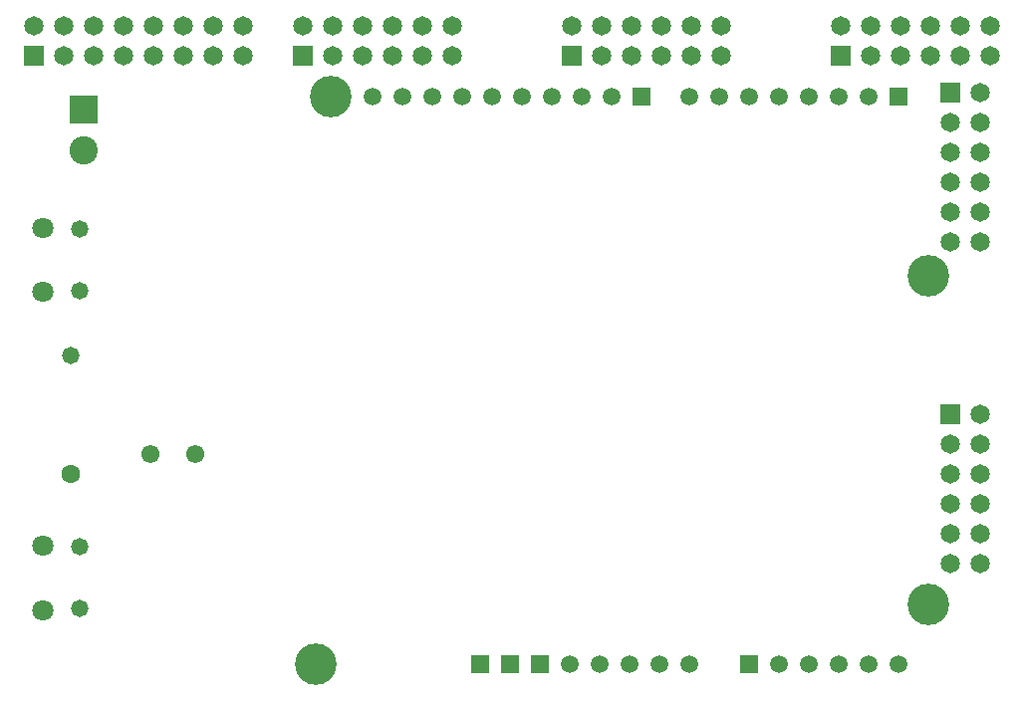
<source format=gbs>
%FSLAX25Y25*%
%MOIN*%
G70*
G01*
G75*
G04 Layer_Color=16711935*
%ADD10R,0.05512X0.01575*%
%ADD11R,0.09843X0.05610*%
%ADD12R,0.02756X0.05610*%
%ADD13R,0.03347X0.04724*%
%ADD14R,0.03347X0.05000*%
%ADD15R,0.03150X0.03347*%
%ADD16C,0.05000*%
%ADD17R,0.03347X0.03150*%
%ADD18R,0.08500X0.05500*%
G04:AMPARAMS|DCode=19|XSize=33.47mil|YSize=31.5mil|CornerRadius=0mil|HoleSize=0mil|Usage=FLASHONLY|Rotation=225.000|XOffset=0mil|YOffset=0mil|HoleType=Round|Shape=Rectangle|*
%AMROTATEDRECTD19*
4,1,4,0.00070,0.02297,0.02297,0.00070,-0.00070,-0.02297,-0.02297,-0.00070,0.00070,0.02297,0.0*
%
%ADD19ROTATEDRECTD19*%

G04:AMPARAMS|DCode=20|XSize=33.47mil|YSize=31.5mil|CornerRadius=0mil|HoleSize=0mil|Usage=FLASHONLY|Rotation=315.000|XOffset=0mil|YOffset=0mil|HoleType=Round|Shape=Rectangle|*
%AMROTATEDRECTD20*
4,1,4,-0.02297,0.00070,-0.00070,0.02297,0.02297,-0.00070,0.00070,-0.02297,-0.02297,0.00070,0.0*
%
%ADD20ROTATEDRECTD20*%

%ADD21R,0.03543X0.08268*%
%ADD22R,0.12992X0.08268*%
%ADD23R,0.01378X0.03937*%
G04:AMPARAMS|DCode=24|XSize=25.59mil|YSize=33.47mil|CornerRadius=6.4mil|HoleSize=0mil|Usage=FLASHONLY|Rotation=180.000|XOffset=0mil|YOffset=0mil|HoleType=Round|Shape=RoundedRectangle|*
%AMROUNDEDRECTD24*
21,1,0.02559,0.02067,0,0,180.0*
21,1,0.01280,0.03347,0,0,180.0*
1,1,0.01280,-0.00640,0.01034*
1,1,0.01280,0.00640,0.01034*
1,1,0.01280,0.00640,-0.01034*
1,1,0.01280,-0.00640,-0.01034*
%
%ADD24ROUNDEDRECTD24*%
%ADD25R,0.06000X0.08500*%
%ADD26R,0.09449X0.07874*%
G04:AMPARAMS|DCode=27|XSize=9.84mil|YSize=59.06mil|CornerRadius=0mil|HoleSize=0mil|Usage=FLASHONLY|Rotation=315.000|XOffset=0mil|YOffset=0mil|HoleType=Round|Shape=Rectangle|*
%AMROTATEDRECTD27*
4,1,4,-0.02436,-0.01740,0.01740,0.02436,0.02436,0.01740,-0.01740,-0.02436,-0.02436,-0.01740,0.0*
%
%ADD27ROTATEDRECTD27*%

G04:AMPARAMS|DCode=28|XSize=9.84mil|YSize=59.06mil|CornerRadius=0mil|HoleSize=0mil|Usage=FLASHONLY|Rotation=45.000|XOffset=0mil|YOffset=0mil|HoleType=Round|Shape=Rectangle|*
%AMROTATEDRECTD28*
4,1,4,0.01740,-0.02436,-0.02436,0.01740,-0.01740,0.02436,0.02436,-0.01740,0.01740,-0.02436,0.0*
%
%ADD28ROTATEDRECTD28*%

%ADD29R,0.02362X0.04724*%
%ADD30R,0.02900X0.09500*%
%ADD31R,0.02362X0.08071*%
%ADD32R,0.11024X0.03937*%
%ADD33R,0.02362X0.07087*%
%ADD34R,0.08661X0.08661*%
%ADD35O,0.03740X0.01181*%
%ADD36O,0.01181X0.03740*%
%ADD37R,0.15500X0.12500*%
%ADD38C,0.02000*%
%ADD39C,0.01200*%
%ADD40C,0.00600*%
%ADD41C,0.01400*%
%ADD42C,0.00700*%
%ADD43C,0.00800*%
%ADD44R,0.05000X0.02500*%
%ADD45C,0.06299*%
%ADD46C,0.05700*%
%ADD47R,0.05700X0.05700*%
%ADD48R,0.05700X0.05700*%
%ADD49C,0.05300*%
%ADD50C,0.05500*%
%ADD51C,0.08661*%
%ADD52R,0.05100X0.05100*%
%ADD53C,0.05100*%
%ADD54C,0.13100*%
%ADD55C,0.02500*%
%ADD56C,0.02600*%
%ADD57C,0.02598*%
%ADD58C,0.01000*%
%ADD59C,0.00984*%
%ADD60C,0.02362*%
%ADD61C,0.00787*%
%ADD62C,0.01500*%
%ADD63C,0.00591*%
%ADD64C,0.00400*%
%ADD65C,0.00500*%
%ADD66R,0.05800X0.06300*%
%ADD67R,0.06312X0.02375*%
%ADD68R,0.10642X0.06410*%
%ADD69R,0.03556X0.06410*%
%ADD70R,0.04147X0.05524*%
%ADD71R,0.04147X0.05800*%
%ADD72R,0.03950X0.04147*%
%ADD73C,0.05800*%
%ADD74R,0.04147X0.03950*%
%ADD75R,0.09300X0.06300*%
G04:AMPARAMS|DCode=76|XSize=41.47mil|YSize=39.5mil|CornerRadius=0mil|HoleSize=0mil|Usage=FLASHONLY|Rotation=225.000|XOffset=0mil|YOffset=0mil|HoleType=Round|Shape=Rectangle|*
%AMROTATEDRECTD76*
4,1,4,0.00070,0.02862,0.02862,0.00070,-0.00070,-0.02862,-0.02862,-0.00070,0.00070,0.02862,0.0*
%
%ADD76ROTATEDRECTD76*%

G04:AMPARAMS|DCode=77|XSize=41.47mil|YSize=39.5mil|CornerRadius=0mil|HoleSize=0mil|Usage=FLASHONLY|Rotation=315.000|XOffset=0mil|YOffset=0mil|HoleType=Round|Shape=Rectangle|*
%AMROTATEDRECTD77*
4,1,4,-0.02862,0.00070,-0.00070,0.02862,0.02862,-0.00070,0.00070,-0.02862,-0.02862,0.00070,0.0*
%
%ADD77ROTATEDRECTD77*%

%ADD78R,0.04343X0.09068*%
%ADD79R,0.13792X0.09068*%
%ADD80R,0.02178X0.04737*%
G04:AMPARAMS|DCode=81|XSize=33.59mil|YSize=41.47mil|CornerRadius=10.4mil|HoleSize=0mil|Usage=FLASHONLY|Rotation=180.000|XOffset=0mil|YOffset=0mil|HoleType=Round|Shape=RoundedRectangle|*
%AMROUNDEDRECTD81*
21,1,0.03359,0.02067,0,0,180.0*
21,1,0.01280,0.04147,0,0,180.0*
1,1,0.02080,-0.00640,0.01034*
1,1,0.02080,0.00640,0.01034*
1,1,0.02080,0.00640,-0.01034*
1,1,0.02080,-0.00640,-0.01034*
%
%ADD81ROUNDEDRECTD81*%
%ADD82R,0.06800X0.09300*%
%ADD83R,0.10249X0.08674*%
G04:AMPARAMS|DCode=84|XSize=17.84mil|YSize=67.06mil|CornerRadius=0mil|HoleSize=0mil|Usage=FLASHONLY|Rotation=315.000|XOffset=0mil|YOffset=0mil|HoleType=Round|Shape=Rectangle|*
%AMROTATEDRECTD84*
4,1,4,-0.03002,-0.01740,0.01740,0.03002,0.03002,0.01740,-0.01740,-0.03002,-0.03002,-0.01740,0.0*
%
%ADD84ROTATEDRECTD84*%

G04:AMPARAMS|DCode=85|XSize=17.84mil|YSize=67.06mil|CornerRadius=0mil|HoleSize=0mil|Usage=FLASHONLY|Rotation=45.000|XOffset=0mil|YOffset=0mil|HoleType=Round|Shape=Rectangle|*
%AMROTATEDRECTD85*
4,1,4,0.01740,-0.03002,-0.03002,0.01740,-0.01740,0.03002,0.03002,-0.01740,0.01740,-0.03002,0.0*
%
%ADD85ROTATEDRECTD85*%

%ADD86R,0.03162X0.05524*%
%ADD87R,0.03700X0.10300*%
%ADD88R,0.03162X0.08871*%
%ADD89R,0.11824X0.04737*%
%ADD90R,0.03162X0.07887*%
%ADD91R,0.09461X0.09461*%
%ADD92O,0.04540X0.01981*%
%ADD93O,0.01981X0.04540*%
%ADD94R,0.16300X0.13300*%
%ADD95C,0.07099*%
%ADD96C,0.06500*%
%ADD97R,0.06500X0.06500*%
%ADD98R,0.06500X0.06500*%
%ADD99C,0.06100*%
%ADD100C,0.06300*%
%ADD101C,0.09461*%
%ADD102R,0.05900X0.05900*%
%ADD103C,0.05900*%
%ADD104C,0.13900*%
D73*
X20458Y78597D02*
D03*
Y58003D02*
D03*
Y164503D02*
D03*
Y185097D02*
D03*
X17535Y142607D02*
D03*
D91*
X22000Y225190D02*
D03*
D95*
X8329Y57572D02*
D03*
Y79028D02*
D03*
Y185528D02*
D03*
Y164072D02*
D03*
D96*
X145300Y253100D02*
D03*
X135300D02*
D03*
X125300D02*
D03*
X115300D02*
D03*
X105300D02*
D03*
X95300D02*
D03*
X145300Y243100D02*
D03*
X135300D02*
D03*
X125300D02*
D03*
X115300D02*
D03*
X105300D02*
D03*
X235300Y253100D02*
D03*
X225300D02*
D03*
X215300D02*
D03*
X205300D02*
D03*
X195300D02*
D03*
X185300D02*
D03*
X235300Y243100D02*
D03*
X225300D02*
D03*
X215300D02*
D03*
X205300D02*
D03*
X195300D02*
D03*
X325300Y253100D02*
D03*
X315300D02*
D03*
X305300D02*
D03*
X295300D02*
D03*
X285300D02*
D03*
X275300D02*
D03*
X325300Y243100D02*
D03*
X315300D02*
D03*
X305300D02*
D03*
X295300D02*
D03*
X285300D02*
D03*
X322000Y73100D02*
D03*
Y83100D02*
D03*
Y93100D02*
D03*
Y103100D02*
D03*
Y113100D02*
D03*
Y123100D02*
D03*
X312000Y73100D02*
D03*
Y83100D02*
D03*
Y93100D02*
D03*
Y103100D02*
D03*
Y113100D02*
D03*
X322000Y180600D02*
D03*
Y190600D02*
D03*
Y200600D02*
D03*
Y210600D02*
D03*
Y220600D02*
D03*
Y230600D02*
D03*
X312000Y180600D02*
D03*
Y190600D02*
D03*
Y200600D02*
D03*
Y210600D02*
D03*
Y220600D02*
D03*
X15300Y243100D02*
D03*
X25300D02*
D03*
X35300D02*
D03*
X45300D02*
D03*
X55300D02*
D03*
X75300D02*
D03*
X65300D02*
D03*
X5300Y253100D02*
D03*
X15300D02*
D03*
X25300D02*
D03*
X35300D02*
D03*
X45300D02*
D03*
X55300D02*
D03*
X65300D02*
D03*
X75300D02*
D03*
D97*
X95300Y243100D02*
D03*
X185300D02*
D03*
X275300D02*
D03*
X5300D02*
D03*
D98*
X312000Y123100D02*
D03*
Y230600D02*
D03*
D99*
X59200Y109800D02*
D03*
X44200D02*
D03*
D100*
X17535Y103237D02*
D03*
D101*
X22000Y211410D02*
D03*
D102*
X154500Y39300D02*
D03*
X164500D02*
D03*
X208500Y229300D02*
D03*
X294500D02*
D03*
X244500Y39300D02*
D03*
X174500D02*
D03*
D103*
X118500Y229300D02*
D03*
X128500D02*
D03*
X138500D02*
D03*
X148500D02*
D03*
X158500D02*
D03*
X168500D02*
D03*
X178500D02*
D03*
X188500D02*
D03*
X198500D02*
D03*
X224500D02*
D03*
X234500D02*
D03*
X244500D02*
D03*
X254500D02*
D03*
X264500D02*
D03*
X274500D02*
D03*
X284500D02*
D03*
X294500Y39300D02*
D03*
X284500D02*
D03*
X274500D02*
D03*
X264500D02*
D03*
X254500D02*
D03*
X224500D02*
D03*
X214500D02*
D03*
X204500D02*
D03*
X194500D02*
D03*
X184500D02*
D03*
D104*
X304500Y169300D02*
D03*
Y59300D02*
D03*
X104500Y229300D02*
D03*
X99500Y39300D02*
D03*
M02*

</source>
